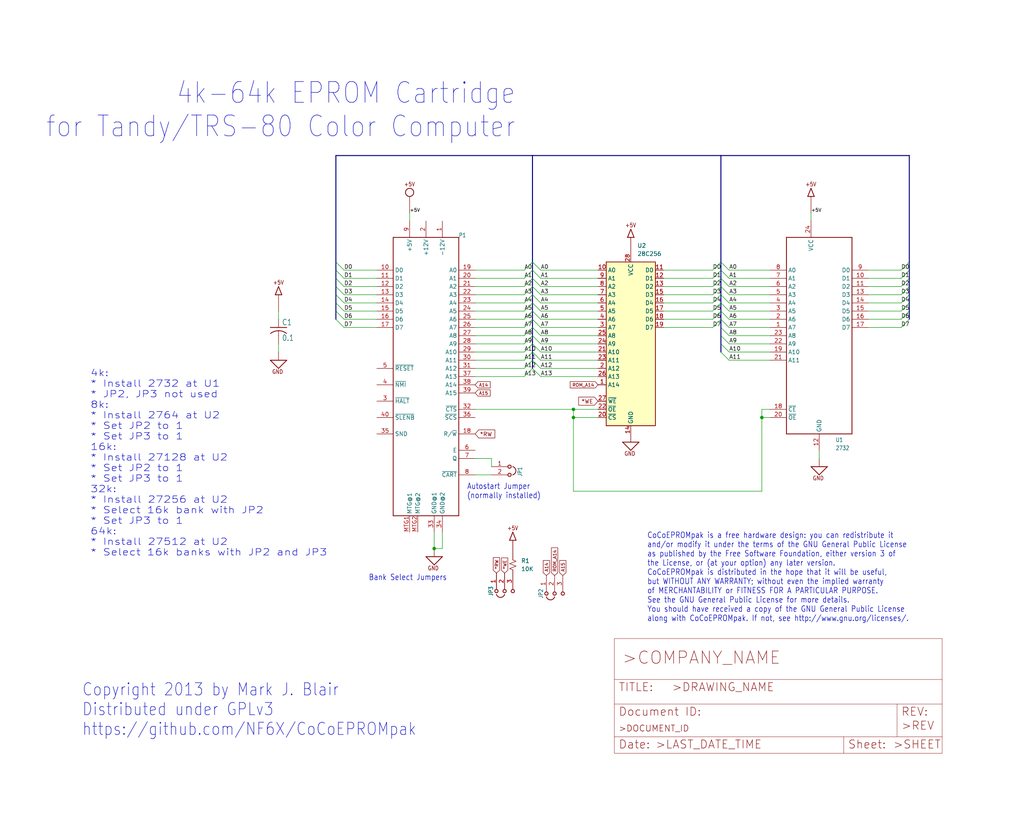
<source format=kicad_sch>
(kicad_sch (version 20211123) (generator eeschema)
  (paper "User" 317.5 254.406)
  (lib_symbols
    (symbol "AT28C256:28C256"
      (property "Reference" "U" (at -7.62 26.67 0))
      (property "Value" "28C256" (at 2.54 -26.67 0))
      (symbol "28C256_1_1"
        (rectangle (start -7.62 25.4) (end 7.62 -25.4) (stroke (width 0.254)) (fill (type background)))
        (pin input line (at -10.16 -12.7 0) (length 2.54) (name "A14") (number "1"))
        (pin input line (at -10.16 22.86 0) (length 2.54) (name "A0") (number "10"))
        (pin tri_state line (at 10.16 22.86 180) (length 2.54) (name "D0") (number "11"))
        (pin tri_state line (at 10.16 20.32 180) (length 2.54) (name "D1") (number "12"))
        (pin tri_state line (at 10.16 17.78 180) (length 2.54) (name "D2") (number "13"))
        (pin power_in line (at 0 -27.94 90) (length 2.54) (name "GND") (number "14"))
        (pin tri_state line (at 10.16 15.24 180) (length 2.54) (name "D3") (number "15"))
        (pin tri_state line (at 10.16 12.7 180) (length 2.54) (name "D4") (number "16"))
        (pin tri_state line (at 10.16 10.16 180) (length 2.54) (name "D5") (number "17"))
        (pin tri_state line (at 10.16 7.62 180) (length 2.54) (name "D6") (number "18"))
        (pin tri_state line (at 10.16 5.08 180) (length 2.54) (name "D7") (number "19"))
        (pin input line (at -10.16 -7.62 0) (length 2.54) (name "A12") (number "2"))
        (pin input line (at -10.16 -22.86 0) (length 2.54) (name "~{CS}") (number "20"))
        (pin input line (at -10.16 -2.54 0) (length 2.54) (name "A10") (number "21"))
        (pin input line (at -10.16 -20.32 0) (length 2.54) (name "~{OE}") (number "22"))
        (pin input line (at -10.16 -5.08 0) (length 2.54) (name "A11") (number "23"))
        (pin input line (at -10.16 0 0) (length 2.54) (name "A9") (number "24"))
        (pin input line (at -10.16 2.54 0) (length 2.54) (name "A8") (number "25"))
        (pin input line (at -10.16 -10.16 0) (length 2.54) (name "A13") (number "26"))
        (pin input line (at -10.16 -17.78 0) (length 2.54) (name "~{WE}") (number "27"))
        (pin power_in line (at 0 27.94 270) (length 2.54) (name "VCC") (number "28"))
        (pin input line (at -10.16 5.08 0) (length 2.54) (name "A7") (number "3"))
        (pin input line (at -10.16 7.62 0) (length 2.54) (name "A6") (number "4"))
        (pin input line (at -10.16 10.16 0) (length 2.54) (name "A5") (number "5"))
        (pin input line (at -10.16 12.7 0) (length 2.54) (name "A4") (number "6"))
        (pin input line (at -10.16 15.24 0) (length 2.54) (name "A3") (number "7"))
        (pin input line (at -10.16 17.78 0) (length 2.54) (name "A2") (number "8"))
        (pin input line (at -10.16 20.32 0) (length 2.54) (name "A1") (number "9"))
      )
    )
    (symbol "CoCoEPROMpak-eagle-import:+5V_ARROW" (power)
      (symbol "+5V_ARROW_1_0"
        (polyline (pts (xy -1.016 0) (xy 1.016 0)) (stroke (width 0.254)))
        (polyline (pts (xy 0 2.54) (xy -1.016 0)) (stroke (width 0.254)))
        (polyline (pts (xy 1.016 0) (xy 0 2.54)) (stroke (width 0.254)))
        (text "+5V" (at -1.778 3.048 0) (effects (font (size 1.27 1.0795)) (justify left bottom)))
        (pin power_in line (at 0 -5.08 90) (length 5.08) (name "+5V") (number "1"))
      )
    )
    (symbol "CoCoEPROMpak-eagle-import:+5V_CIRCLE" (power)
      (symbol "+5V_CIRCLE_1_0"
        (circle (center 0 1.27) (radius 1.27) (stroke (width 0.254)))
        (text "+5V" (at -1.778 3.048 0) (effects (font (size 1.27 1.0795)) (justify left bottom)))
        (pin power_in line (at 0 -5.08 90) (length 5.08) (name "+5V") (number "1"))
      )
    )
    (symbol "CoCoEPROMpak-eagle-import:2732"
      (property "Reference" "U" (at 5.08 -33.02 0))
      (property "Value" "2732" (at 5.08 -35.56 0))
      (symbol "2732_1_0"
        (polyline (pts (xy -10.16 -30.48) (xy 10.16 -30.48)) (stroke (width 0.254)))
        (polyline (pts (xy -10.16 30.48) (xy -10.16 -30.48)) (stroke (width 0.254)))
        (polyline (pts (xy 10.16 -30.48) (xy 10.16 30.48)) (stroke (width 0.254)))
        (polyline (pts (xy 10.16 30.48) (xy -10.16 30.48)) (stroke (width 0.254)))
        (pin input line (at -15.24 2.54 0) (length 5.08) (name "A7") (number "1"))
        (pin output line (at 15.24 17.78 180) (length 5.08) (name "D1") (number "10"))
        (pin output line (at 15.24 15.24 180) (length 5.08) (name "D2") (number "11"))
        (pin passive line (at 0 -35.56 90) (length 5.08) (name "GND") (number "12"))
        (pin output line (at 15.24 12.7 180) (length 5.08) (name "D3") (number "13"))
        (pin output line (at 15.24 10.16 180) (length 5.08) (name "D4") (number "14"))
        (pin output line (at 15.24 7.62 180) (length 5.08) (name "D5") (number "15"))
        (pin output line (at 15.24 5.08 180) (length 5.08) (name "D6") (number "16"))
        (pin output line (at 15.24 2.54 180) (length 5.08) (name "D7") (number "17"))
        (pin input line (at -15.24 -22.86 0) (length 5.08) (name "~{CE}") (number "18"))
        (pin input line (at -15.24 -5.08 0) (length 5.08) (name "A10") (number "19"))
        (pin input line (at -15.24 5.08 0) (length 5.08) (name "A6") (number "2"))
        (pin input line (at -15.24 -25.4 0) (length 5.08) (name "~{OE}") (number "20"))
        (pin input line (at -15.24 -7.62 0) (length 5.08) (name "A11") (number "21"))
        (pin input line (at -15.24 -2.54 0) (length 5.08) (name "A9") (number "22"))
        (pin input line (at -15.24 0 0) (length 5.08) (name "A8") (number "23"))
        (pin passive line (at -2.54 35.56 270) (length 5.08) (name "VCC") (number "24"))
        (pin input line (at -15.24 7.62 0) (length 5.08) (name "A5") (number "3"))
        (pin input line (at -15.24 10.16 0) (length 5.08) (name "A4") (number "4"))
        (pin input line (at -15.24 12.7 0) (length 5.08) (name "A3") (number "5"))
        (pin input line (at -15.24 15.24 0) (length 5.08) (name "A2") (number "6"))
        (pin input line (at -15.24 17.78 0) (length 5.08) (name "A1") (number "7"))
        (pin input line (at -15.24 20.32 0) (length 5.08) (name "A0") (number "8"))
        (pin output line (at 15.24 20.32 180) (length 5.08) (name "D0") (number "9"))
      )
    )
    (symbol "CoCoEPROMpak-eagle-import:ANSI_A"
      (symbol "ANSI_A_1_0"
        (polyline (pts (xy 0 43.18) (xy 3.81 43.18)))
        (polyline (pts (xy 0 86.36) (xy 3.81 86.36)))
        (polyline (pts (xy 0 129.54) (xy 3.81 129.54)))
        (polyline (pts (xy 0 172.72) (xy 3.81 172.72)))
        (polyline (pts (xy 3.81 3.81) (xy 3.81 212.09)))
        (polyline (pts (xy 46.5667 0) (xy 46.5667 3.81)))
        (polyline (pts (xy 93.1333 0) (xy 93.1333 3.81)))
        (polyline (pts (xy 139.7 0) (xy 139.7 3.81)))
        (polyline (pts (xy 186.2667 0) (xy 186.2667 3.81)))
        (polyline (pts (xy 232.8333 0) (xy 232.8333 3.81)))
        (polyline (pts (xy 275.59 3.81) (xy 275.59 212.09)))
        (polyline (pts (xy 275.59 43.18) (xy 279.4 43.18)))
        (polyline (pts (xy 275.59 86.36) (xy 279.4 86.36)))
        (polyline (pts (xy 275.59 129.54) (xy 279.4 129.54)))
        (polyline (pts (xy 275.59 172.72) (xy 279.4 172.72)))
        (polyline (pts (xy 275.59 212.09) (xy 3.81 212.09)))
        (polyline (pts (xy 0 0) (xy 279.4 0) (xy 279.4 215.9) (xy 0 215.9) (xy 0 0)))
        (text "1" (at 23.2833 213.995 0) (effects (font (size 2.54 2.286))))
        (text "2" (at 69.85 213.995 0) (effects (font (size 2.54 2.286))))
        (text "3" (at 116.4167 213.995 0) (effects (font (size 2.54 2.286))))
        (text "4" (at 162.9833 213.995 0) (effects (font (size 2.54 2.286))))
        (text "5" (at 209.55 213.995 0) (effects (font (size 2.54 2.286))))
        (text "6" (at 256.1167 213.995 0) (effects (font (size 2.54 2.286))))
        (text "A" (at 1.905 194.31 0) (effects (font (size 2.54 2.286))))
        (text "A" (at 277.495 194.31 0) (effects (font (size 2.54 2.286))))
        (text "B" (at 1.905 151.13 0) (effects (font (size 2.54 2.286))))
        (text "B" (at 277.495 151.13 0) (effects (font (size 2.54 2.286))))
        (text "C" (at 1.905 107.95 0) (effects (font (size 2.54 2.286))))
        (text "C" (at 277.495 107.95 0) (effects (font (size 2.54 2.286))))
        (text "D" (at 1.905 64.77 0) (effects (font (size 2.54 2.286))))
        (text "D" (at 277.495 64.77 0) (effects (font (size 2.54 2.286))))
        (text "E" (at 1.905 21.59 0) (effects (font (size 2.54 2.286))))
        (text "E" (at 277.495 21.59 0) (effects (font (size 2.54 2.286))))
      )
      (symbol "ANSI_A_2_0"
        (polyline (pts (xy 0 0) (xy 0 5.08)) (stroke (width 0.1016)))
        (polyline (pts (xy 0 0) (xy 71.12 0)) (stroke (width 0.1016)))
        (polyline (pts (xy 0 5.08) (xy 0 15.24)) (stroke (width 0.1016)))
        (polyline (pts (xy 0 5.08) (xy 71.12 5.08)) (stroke (width 0.1016)))
        (polyline (pts (xy 0 15.24) (xy 0 22.86)) (stroke (width 0.1016)))
        (polyline (pts (xy 0 22.86) (xy 0 35.56)) (stroke (width 0.1016)))
        (polyline (pts (xy 0 22.86) (xy 101.6 22.86)) (stroke (width 0.1016)))
        (polyline (pts (xy 71.12 0) (xy 101.6 0)) (stroke (width 0.1016)))
        (polyline (pts (xy 71.12 5.08) (xy 71.12 0)) (stroke (width 0.1016)))
        (polyline (pts (xy 71.12 5.08) (xy 87.63 5.08)) (stroke (width 0.1016)))
        (polyline (pts (xy 87.63 5.08) (xy 101.6 5.08)) (stroke (width 0.1016)))
        (polyline (pts (xy 87.63 15.24) (xy 0 15.24)) (stroke (width 0.1016)))
        (polyline (pts (xy 87.63 15.24) (xy 87.63 5.08)) (stroke (width 0.1016)))
        (polyline (pts (xy 101.6 5.08) (xy 101.6 0)) (stroke (width 0.1016)))
        (polyline (pts (xy 101.6 15.24) (xy 87.63 15.24)) (stroke (width 0.1016)))
        (polyline (pts (xy 101.6 15.24) (xy 101.6 5.08)) (stroke (width 0.1016)))
        (polyline (pts (xy 101.6 22.86) (xy 101.6 15.24)) (stroke (width 0.1016)))
        (polyline (pts (xy 101.6 35.56) (xy 0 35.56)) (stroke (width 0.1016)))
        (polyline (pts (xy 101.6 35.56) (xy 101.6 22.86)) (stroke (width 0.1016)))
        (text ">COMPANY_NAME" (at 2.286 27.432 0) (effects (font (size 3.81 3.81)) (justify left bottom)))
        (text ">DOCUMENT_ID" (at 1.27 6.604 0) (effects (font (size 1.905 1.905)) (justify left bottom)))
        (text ">DRAWING_NAME" (at 17.78 19.05 0) (effects (font (size 2.54 2.54)) (justify left bottom)))
        (text ">LAST_DATE_TIME" (at 12.7 1.27 0) (effects (font (size 2.54 2.54)) (justify left bottom)))
        (text ">REV" (at 88.9 7.112 0) (effects (font (size 2.54 2.54)) (justify left bottom)))
        (text ">SHEET" (at 86.36 1.27 0) (effects (font (size 2.54 2.54)) (justify left bottom)))
        (text "Date:" (at 1.27 1.27 0) (effects (font (size 2.54 2.54)) (justify left bottom)))
        (text "Document ID:" (at 1.27 11.43 0) (effects (font (size 2.54 2.54)) (justify left bottom)))
        (text "REV:" (at 88.9 11.43 0) (effects (font (size 2.54 2.54)) (justify left bottom)))
        (text "Sheet:" (at 72.39 1.27 0) (effects (font (size 2.54 2.54)) (justify left bottom)))
        (text "TITLE:" (at 1.27 19.05 0) (effects (font (size 2.54 2.54)) (justify left bottom)))
      )
    )
    (symbol "CoCoEPROMpak-eagle-import:C-US050-025X075"
      (property "Reference" "C" (at 1.016 0.635 0))
      (property "Value" "C-US050-025X075" (at 1.016 -4.191 0))
      (symbol "C-US050-025X075_1_0"
        (arc (start 0 -1.0161) (mid -1.302 -1.2303) (end -2.4668 -1.8504) (stroke (width 0.254)))
        (polyline (pts (xy -2.54 0) (xy 2.54 0)) (stroke (width 0.254)))
        (polyline (pts (xy 0 -1.016) (xy 0 -2.54)) (stroke (width 0.1524)))
        (arc (start 2.4892 -1.8542) (mid 1.3158 -1.2195) (end 0 -1) (stroke (width 0.254)))
        (pin passive line (at 0 2.54 270) (length 2.54) (name "1") (number "1"))
        (pin passive line (at 0 -5.08 90) (length 2.54) (name "2") (number "2"))
      )
    )
    (symbol "CoCoEPROMpak-eagle-import:COCO-CART"
      (property "Reference" "P" (at 10.16 40.64 0))
      (symbol "COCO-CART_1_0"
        (polyline (pts (xy -10.16 -45.72) (xy -10.16 40.64)) (stroke (width 0.254)))
        (polyline (pts (xy -10.16 40.64) (xy 10.16 40.64)) (stroke (width 0.254)))
        (polyline (pts (xy 10.16 -45.72) (xy -10.16 -45.72)) (stroke (width 0.254)))
        (polyline (pts (xy 10.16 40.64) (xy 10.16 -45.72)) (stroke (width 0.254)))
        (pin passive line (at 5.08 45.72 270) (length 5.08) (name "-12V") (number "1"))
        (pin bidirectional line (at -15.24 30.48 0) (length 5.08) (name "D0") (number "10"))
        (pin bidirectional line (at -15.24 27.94 0) (length 5.08) (name "D1") (number "11"))
        (pin bidirectional line (at -15.24 25.4 0) (length 5.08) (name "D2") (number "12"))
        (pin bidirectional line (at -15.24 22.86 0) (length 5.08) (name "D3") (number "13"))
        (pin bidirectional line (at -15.24 20.32 0) (length 5.08) (name "D4") (number "14"))
        (pin bidirectional line (at -15.24 17.78 0) (length 5.08) (name "D5") (number "15"))
        (pin bidirectional line (at -15.24 15.24 0) (length 5.08) (name "D6") (number "16"))
        (pin bidirectional line (at -15.24 12.7 0) (length 5.08) (name "D7") (number "17"))
        (pin output line (at 15.24 -20.32 180) (length 5.08) (name "R/~{W}") (number "18"))
        (pin output line (at 15.24 30.48 180) (length 5.08) (name "A0") (number "19"))
        (pin passive line (at 0 45.72 270) (length 5.08) (name "+12V") (number "2"))
        (pin output line (at 15.24 27.94 180) (length 5.08) (name "A1") (number "20"))
        (pin output line (at 15.24 25.4 180) (length 5.08) (name "A2") (number "21"))
        (pin output line (at 15.24 22.86 180) (length 5.08) (name "A3") (number "22"))
        (pin output line (at 15.24 20.32 180) (length 5.08) (name "A4") (number "23"))
        (pin output line (at 15.24 17.78 180) (length 5.08) (name "A5") (number "24"))
        (pin output line (at 15.24 15.24 180) (length 5.08) (name "A6") (number "25"))
        (pin output line (at 15.24 12.7 180) (length 5.08) (name "A7") (number "26"))
        (pin output line (at 15.24 10.16 180) (length 5.08) (name "A8") (number "27"))
        (pin output line (at 15.24 7.62 180) (length 5.08) (name "A9") (number "28"))
        (pin output line (at 15.24 5.08 180) (length 5.08) (name "A10") (number "29"))
        (pin bidirectional line (at -15.24 -10.16 0) (length 5.08) (name "~{HALT}") (number "3"))
        (pin output line (at 15.24 2.54 180) (length 5.08) (name "A11") (number "30"))
        (pin output line (at 15.24 0 180) (length 5.08) (name "A12") (number "31"))
        (pin output line (at 15.24 -12.7 180) (length 5.08) (name "~{CTS}") (number "32"))
        (pin passive line (at 2.54 -50.8 90) (length 5.08) (name "GND@1") (number "33"))
        (pin passive line (at 5.08 -50.8 90) (length 5.08) (name "GND@2") (number "34"))
        (pin bidirectional line (at -15.24 -20.32 0) (length 5.08) (name "SND") (number "35"))
        (pin output line (at 15.24 -15.24 180) (length 5.08) (name "~{SCS}") (number "36"))
        (pin output line (at 15.24 -2.54 180) (length 5.08) (name "A13") (number "37"))
        (pin output line (at 15.24 -5.08 180) (length 5.08) (name "A14") (number "38"))
        (pin output line (at 15.24 -7.62 180) (length 5.08) (name "A15") (number "39"))
        (pin bidirectional line (at -15.24 -5.08 0) (length 5.08) (name "~{NMI}") (number "4"))
        (pin input line (at -15.24 -15.24 0) (length 5.08) (name "~{SLENB}") (number "40"))
        (pin bidirectional line (at -15.24 0 0) (length 5.08) (name "~{RESET}") (number "5"))
        (pin output line (at 15.24 -25.4 180) (length 5.08) (name "E") (number "6"))
        (pin output line (at 15.24 -27.94 180) (length 5.08) (name "Q") (number "7"))
        (pin input line (at 15.24 -33.02 180) (length 5.08) (name "~{CART}") (number "8"))
        (pin passive line (at -5.08 45.72 270) (length 5.08) (name "+5V") (number "9"))
        (pin passive line (at -5.08 -50.8 90) (length 5.08) (name "MTG@1") (number "MTG1"))
        (pin passive line (at -2.54 -50.8 90) (length 5.08) (name "MTG@2") (number "MTG2"))
      )
    )
    (symbol "CoCoEPROMpak-eagle-import:GND" (power)
      (symbol "GND_1_0"
        (polyline (pts (xy -2.54 0) (xy 2.54 0)) (stroke (width 0.254)))
        (polyline (pts (xy 0 -2.54) (xy -2.54 0)) (stroke (width 0.254)))
        (polyline (pts (xy 2.54 0) (xy 0 -2.54)) (stroke (width 0.254)))
        (text "GND" (at -2.032 -4.318 0) (effects (font (size 1.27 1.0795)) (justify left bottom)))
        (pin power_in line (at 0 2.54 270) (length 2.54) (name "GND") (number "1"))
      )
    )
    (symbol "CoCoEPROMpak-eagle-import:JP2"
      (property "Reference" "JP" (at 0 3.048 0))
      (symbol "JP2_1_0"
        (circle (center 0 0.508) (radius 0.508) (stroke (width 0.254)))
        (circle (center 2.54 0.508) (radius 0.508) (stroke (width 0.254)))
        (arc (start 2.54 1.524) (mid 1.27 2.4689) (end 0 1.524) (stroke (width 0.254)))
        (pin passive line (at 0 -5.08 90) (length 5.08) (name "1") (number "1"))
        (pin passive line (at 2.54 -5.08 90) (length 5.08) (name "2") (number "2"))
      )
    )
    (symbol "CoCoEPROMpak-eagle-import:JP3"
      (property "Reference" "JP" (at 0 3.048 0))
      (symbol "JP3_1_0"
        (circle (center 0 0.508) (radius 0.508) (stroke (width 0.254)))
        (circle (center 2.54 0.508) (radius 0.508) (stroke (width 0.254)))
        (arc (start 2.54 1.524) (mid 1.27 2.4689) (end 0 1.524) (stroke (width 0.254)))
        (circle (center 5.08 0.508) (radius 0.508) (stroke (width 0.254)))
        (pin passive line (at 0 -5.08 90) (length 5.08) (name "1") (number "1"))
        (pin passive line (at 2.54 -5.08 90) (length 5.08) (name "2") (number "2"))
        (pin passive line (at 5.08 -5.08 90) (length 5.08) (name "3") (number "3"))
      )
    )
    (symbol "Device:R_Small_US" (pin_numbers hide) (pin_names (offset 0.254) hide)
      (property "Reference" "R" (at 0.762 0.508 0))
      (property "Value" "R_Small_US" (at 0.762 -1.016 0))
      (symbol "R_Small_US_1_1"
        (polyline (pts (xy 0 0) (xy 1.016 -0.381) (xy 0 -0.762) (xy -1.016 -1.143) (xy 0 -1.524)))
        (polyline (pts (xy 0 1.524) (xy 1.016 1.143) (xy 0 0.762) (xy -1.016 0.381) (xy 0 0)))
        (pin passive line (at 0 2.54 270) (length 1.016) (name "~") (number "1"))
        (pin passive line (at 0 -2.54 90) (length 1.016) (name "~") (number "2"))
      )
    )
  )
  (junction (at 134.62 170.18))
  (junction (at 236.22 129.54))
  (junction (at 177.8 127))
  (junction (at 177.8 129.54))
  (bus_entry (at 167.64 116.84) (size -2.54 -2.54))
  (bus_entry (at 106.68 99.06) (size -2.54 -2.54))
  (bus_entry (at 162.56 88.9) (size 2.54 -2.54))
  (bus_entry (at 226.06 86.36) (size -2.54 -2.54))
  (bus_entry (at 106.68 88.9) (size -2.54 -2.54))
  (bus_entry (at 162.56 91.44) (size 2.54 -2.54))
  (bus_entry (at 106.68 93.98) (size -2.54 -2.54))
  (bus_entry (at 220.98 86.36) (size 2.54 -2.54))
  (bus_entry (at 162.56 104.14) (size 2.54 -2.54))
  (bus_entry (at 226.06 83.82) (size -2.54 -2.54))
  (bus_entry (at 279.4 93.98) (size 2.54 -2.54))
  (bus_entry (at 226.06 111.76) (size -2.54 -2.54))
  (bus_entry (at 167.64 109.22) (size -2.54 -2.54))
  (bus_entry (at 226.06 109.22) (size -2.54 -2.54))
  (bus_entry (at 220.98 101.6) (size 2.54 -2.54))
  (bus_entry (at 279.4 101.6) (size 2.54 -2.54))
  (bus_entry (at 162.56 109.22) (size 2.54 -2.54))
  (bus_entry (at 167.64 93.98) (size -2.54 -2.54))
  (bus_entry (at 167.64 99.06) (size -2.54 -2.54))
  (bus_entry (at 106.68 83.82) (size -2.54 -2.54))
  (bus_entry (at 220.98 99.06) (size 2.54 -2.54))
  (bus_entry (at 167.64 83.82) (size -2.54 -2.54))
  (bus_entry (at 167.64 86.36) (size -2.54 -2.54))
  (bus_entry (at 279.4 88.9) (size 2.54 -2.54))
  (bus_entry (at 106.68 101.6) (size -2.54 -2.54))
  (bus_entry (at 162.56 106.68) (size 2.54 -2.54))
  (bus_entry (at 226.06 88.9) (size -2.54 -2.54))
  (bus_entry (at 162.56 96.52) (size 2.54 -2.54))
  (bus_entry (at 220.98 88.9) (size 2.54 -2.54))
  (bus_entry (at 162.56 83.82) (size 2.54 -2.54))
  (bus_entry (at 162.56 99.06) (size 2.54 -2.54))
  (bus_entry (at 279.4 91.44) (size 2.54 -2.54))
  (bus_entry (at 162.56 93.98) (size 2.54 -2.54))
  (bus_entry (at 167.64 111.76) (size -2.54 -2.54))
  (bus_entry (at 226.06 99.06) (size -2.54 -2.54))
  (bus_entry (at 226.06 93.98) (size -2.54 -2.54))
  (bus_entry (at 162.56 86.36) (size 2.54 -2.54))
  (bus_entry (at 226.06 106.68) (size -2.54 -2.54))
  (bus_entry (at 167.64 106.68) (size -2.54 -2.54))
  (bus_entry (at 220.98 93.98) (size 2.54 -2.54))
  (bus_entry (at 279.4 83.82) (size 2.54 -2.54))
  (bus_entry (at 220.98 96.52) (size 2.54 -2.54))
  (bus_entry (at 167.64 101.6) (size -2.54 -2.54))
  (bus_entry (at 167.64 91.44) (size -2.54 -2.54))
  (bus_entry (at 279.4 96.52) (size 2.54 -2.54))
  (bus_entry (at 220.98 91.44) (size 2.54 -2.54))
  (bus_entry (at 162.56 114.3) (size 2.54 -2.54))
  (bus_entry (at 162.56 116.84) (size 2.54 -2.54))
  (bus_entry (at 279.4 86.36) (size 2.54 -2.54))
  (bus_entry (at 106.68 86.36) (size -2.54 -2.54))
  (bus_entry (at 106.68 91.44) (size -2.54 -2.54))
  (bus_entry (at 226.06 104.14) (size -2.54 -2.54))
  (bus_entry (at 226.06 101.6) (size -2.54 -2.54))
  (bus_entry (at 220.98 83.82) (size 2.54 -2.54))
  (bus_entry (at 162.56 111.76) (size 2.54 -2.54))
  (bus_entry (at 226.06 96.52) (size -2.54 -2.54))
  (bus_entry (at 167.64 88.9) (size -2.54 -2.54))
  (bus_entry (at 167.64 104.14) (size -2.54 -2.54))
  (bus_entry (at 167.64 114.3) (size -2.54 -2.54))
  (bus_entry (at 226.06 91.44) (size -2.54 -2.54))
  (bus_entry (at 162.56 101.6) (size 2.54 -2.54))
  (bus_entry (at 106.68 96.52) (size -2.54 -2.54))
  (bus_entry (at 279.4 99.06) (size 2.54 -2.54))
  (bus_entry (at 167.64 96.52) (size -2.54 -2.54))
  (wire (pts (xy 147.32 116.84) (xy 162.56 116.84)))
  (wire (pts (xy 167.64 101.6) (xy 185.42 101.6)))
  (wire (pts (xy 147.32 88.9) (xy 162.56 88.9)))
  (bus (pts (xy 165.1 86.36) (xy 165.1 88.9)))
  (bus (pts (xy 223.52 106.68) (xy 223.52 109.22)))
  (bus (pts (xy 104.14 93.98) (xy 104.14 91.44)))
  (wire (pts (xy 116.84 86.36) (xy 106.68 86.36)))
  (bus (pts (xy 104.14 48.26) (xy 165.1 48.26)))
  (wire (pts (xy 238.76 88.9) (xy 226.06 88.9)))
  (bus (pts (xy 223.52 104.14) (xy 223.52 106.68)))
  (wire (pts (xy 238.76 109.22) (xy 226.06 109.22)))
  (bus (pts (xy 223.52 81.28) (xy 223.52 83.82)))
  (wire (pts (xy 167.64 104.14) (xy 185.42 104.14)))
  (bus (pts (xy 104.14 91.44) (xy 104.14 88.9)))
  (wire (pts (xy 167.64 106.68) (xy 185.42 106.68)))
  (wire (pts (xy 147.32 111.76) (xy 162.56 111.76)))
  (wire (pts (xy 167.64 114.3) (xy 185.42 114.3)))
  (wire (pts (xy 116.84 96.52) (xy 106.68 96.52)))
  (wire (pts (xy 205.74 96.52) (xy 220.98 96.52)))
  (wire (pts (xy 205.74 93.98) (xy 220.98 93.98)))
  (bus (pts (xy 165.1 48.26) (xy 223.52 48.26)))
  (wire (pts (xy 116.84 99.06) (xy 106.68 99.06)))
  (wire (pts (xy 116.84 93.98) (xy 106.68 93.98)))
  (bus (pts (xy 281.94 91.44) (xy 281.94 93.98)))
  (bus (pts (xy 281.94 86.36) (xy 281.94 88.9)))
  (wire (pts (xy 269.24 88.9) (xy 279.4 88.9)))
  (wire (pts (xy 167.64 96.52) (xy 185.42 96.52)))
  (wire (pts (xy 236.22 152.4) (xy 236.22 129.54)))
  (bus (pts (xy 223.52 91.44) (xy 223.52 93.98)))
  (wire (pts (xy 177.8 129.54) (xy 177.8 152.4)))
  (wire (pts (xy 238.76 93.98) (xy 226.06 93.98)))
  (wire (pts (xy 205.74 99.06) (xy 220.98 99.06)))
  (bus (pts (xy 281.94 48.26) (xy 281.94 81.28)))
  (bus (pts (xy 281.94 96.52) (xy 281.94 99.06)))
  (wire (pts (xy 238.76 86.36) (xy 226.06 86.36)))
  (wire (pts (xy 147.32 142.24) (xy 152.4 142.24)))
  (wire (pts (xy 134.62 170.18) (xy 137.16 170.18)))
  (wire (pts (xy 147.32 83.82) (xy 162.56 83.82)))
  (bus (pts (xy 223.52 48.26) (xy 223.52 81.28)))
  (bus (pts (xy 104.14 83.82) (xy 104.14 81.28)))
  (wire (pts (xy 147.32 93.98) (xy 162.56 93.98)))
  (bus (pts (xy 281.94 93.98) (xy 281.94 96.52)))
  (bus (pts (xy 223.52 48.26) (xy 281.94 48.26)))
  (wire (pts (xy 238.76 101.6) (xy 226.06 101.6)))
  (wire (pts (xy 167.64 86.36) (xy 185.42 86.36)))
  (wire (pts (xy 238.76 106.68) (xy 226.06 106.68)))
  (wire (pts (xy 147.32 96.52) (xy 162.56 96.52)))
  (wire (pts (xy 254 139.7) (xy 254 142.24)))
  (wire (pts (xy 86.36 96.52) (xy 86.36 99.06)))
  (bus (pts (xy 104.14 88.9) (xy 104.14 86.36)))
  (wire (pts (xy 269.24 96.52) (xy 279.4 96.52)))
  (wire (pts (xy 269.24 91.44) (xy 279.4 91.44)))
  (wire (pts (xy 177.8 152.4) (xy 236.22 152.4)))
  (wire (pts (xy 269.24 83.82) (xy 279.4 83.82)))
  (wire (pts (xy 205.74 91.44) (xy 220.98 91.44)))
  (bus (pts (xy 165.1 91.44) (xy 165.1 93.98)))
  (wire (pts (xy 167.64 88.9) (xy 185.42 88.9)))
  (bus (pts (xy 165.1 88.9) (xy 165.1 91.44)))
  (wire (pts (xy 147.32 106.68) (xy 162.56 106.68)))
  (wire (pts (xy 147.32 127) (xy 177.8 127)))
  (bus (pts (xy 223.52 86.36) (xy 223.52 88.9)))
  (bus (pts (xy 223.52 96.52) (xy 223.52 99.06)))
  (wire (pts (xy 167.64 93.98) (xy 185.42 93.98)))
  (wire (pts (xy 205.74 101.6) (xy 220.98 101.6)))
  (wire (pts (xy 238.76 99.06) (xy 226.06 99.06)))
  (bus (pts (xy 165.1 111.76) (xy 165.1 114.3)))
  (wire (pts (xy 236.22 127) (xy 238.76 127)))
  (bus (pts (xy 223.52 101.6) (xy 223.52 104.14)))
  (bus (pts (xy 104.14 96.52) (xy 104.14 93.98)))
  (bus (pts (xy 281.94 83.82) (xy 281.94 86.36)))
  (wire (pts (xy 116.84 83.82) (xy 106.68 83.82)))
  (wire (pts (xy 269.24 86.36) (xy 279.4 86.36)))
  (bus (pts (xy 165.1 93.98) (xy 165.1 96.52)))
  (bus (pts (xy 223.52 93.98) (xy 223.52 96.52)))
  (wire (pts (xy 147.32 91.44) (xy 162.56 91.44)))
  (wire (pts (xy 147.32 99.06) (xy 162.56 99.06)))
  (bus (pts (xy 223.52 83.82) (xy 223.52 86.36)))
  (wire (pts (xy 177.8 127) (xy 185.42 127)))
  (bus (pts (xy 223.52 88.9) (xy 223.52 91.44)))
  (wire (pts (xy 238.76 83.82) (xy 226.06 83.82)))
  (wire (pts (xy 269.24 99.06) (xy 279.4 99.06)))
  (wire (pts (xy 269.24 101.6) (xy 279.4 101.6)))
  (wire (pts (xy 147.32 86.36) (xy 162.56 86.36)))
  (bus (pts (xy 165.1 81.28) (xy 165.1 83.82)))
  (wire (pts (xy 251.46 66.04) (xy 251.46 68.58)))
  (wire (pts (xy 236.22 129.54) (xy 236.22 127)))
  (bus (pts (xy 165.1 104.14) (xy 165.1 106.68)))
  (wire (pts (xy 147.32 109.22) (xy 162.56 109.22)))
  (bus (pts (xy 281.94 81.28) (xy 281.94 83.82)))
  (wire (pts (xy 238.76 111.76) (xy 226.06 111.76)))
  (wire (pts (xy 86.36 109.22) (xy 86.36 106.68)))
  (bus (pts (xy 165.1 101.6) (xy 165.1 104.14)))
  (bus (pts (xy 104.14 81.28) (xy 104.14 48.26)))
  (bus (pts (xy 104.14 86.36) (xy 104.14 83.82)))
  (bus (pts (xy 223.52 99.06) (xy 223.52 101.6)))
  (wire (pts (xy 147.32 114.3) (xy 162.56 114.3)))
  (wire (pts (xy 205.74 86.36) (xy 220.98 86.36)))
  (wire (pts (xy 269.24 93.98) (xy 279.4 93.98)))
  (wire (pts (xy 147.32 104.14) (xy 162.56 104.14)))
  (wire (pts (xy 167.64 99.06) (xy 185.42 99.06)))
  (wire (pts (xy 238.76 129.54) (xy 236.22 129.54)))
  (wire (pts (xy 167.64 91.44) (xy 185.42 91.44)))
  (wire (pts (xy 167.64 111.76) (xy 185.42 111.76)))
  (bus (pts (xy 104.14 99.06) (xy 104.14 96.52)))
  (wire (pts (xy 177.8 129.54) (xy 177.8 127)))
  (bus (pts (xy 165.1 48.26) (xy 165.1 81.28)))
  (wire (pts (xy 116.84 101.6) (xy 106.68 101.6)))
  (bus (pts (xy 165.1 96.52) (xy 165.1 99.06)))
  (wire (pts (xy 116.84 88.9) (xy 106.68 88.9)))
  (wire (pts (xy 177.8 129.54) (xy 185.42 129.54)))
  (wire (pts (xy 205.74 83.82) (xy 220.98 83.82)))
  (wire (pts (xy 116.84 91.44) (xy 106.68 91.44)))
  (wire (pts (xy 167.64 116.84) (xy 185.42 116.84)))
  (wire (pts (xy 127 66.04) (xy 127 68.58)))
  (wire (pts (xy 167.64 109.22) (xy 185.42 109.22)))
  (wire (pts (xy 238.76 104.14) (xy 226.06 104.14)))
  (bus (pts (xy 165.1 109.22) (xy 165.1 111.76)))
  (wire (pts (xy 147.32 101.6) (xy 162.56 101.6)))
  (bus (pts (xy 165.1 83.82) (xy 165.1 86.36)))
  (wire (pts (xy 147.32 147.32) (xy 152.4 147.32)))
  (bus (pts (xy 281.94 88.9) (xy 281.94 91.44)))
  (bus (pts (xy 165.1 106.68) (xy 165.1 109.22)))
  (wire (pts (xy 137.16 170.18) (xy 137.16 165.1)))
  (wire (pts (xy 238.76 96.52) (xy 226.06 96.52)))
  (wire (pts (xy 134.62 165.1) (xy 134.62 170.18)))
  (wire (pts (xy 205.74 88.9) (xy 220.98 88.9)))
  (wire (pts (xy 238.76 91.44) (xy 226.06 91.44)))
  (wire (pts (xy 152.4 142.24) (xy 152.4 144.78)))
  (wire (pts (xy 167.64 83.82) (xy 185.42 83.82)))
  (bus (pts (xy 165.1 99.06) (xy 165.1 101.6)))
  (text "4k-64k EPROM Cartridge\nfor Tandy/TRS-80 Color Computer" (at 160.02 43.18 180) (effects (font (size 6.4516 5.4838)) (justify right bottom)))
  (text "4k:\n* Install 2732 at U1\n* JP2, JP3 not used\n8k:\n* Install 2764 at U2\n* Set JP2 to 1\n* Set JP3 to 1\n16k:\n* Install 27128 at U2\n* Set JP2 to 1\n* Set JP3 to 1\n32k:\n* Install 27256 at U2\n* Select 16k bank with JP2\n* Set JP3 to 1\n64k:\n* Install 27512 at U2\n* Select 16k banks with JP2 and JP3" (at 27.94 172.72 180) (effects (font (size 2.032 2.54)) (justify left bottom)))
  (text "Bank Select Jumpers" (at 114.3 180.34 180) (effects (font (size 1.778 1.5113)) (justify left bottom)))
  (text "CoCoEPROMpak is a free hardware design: you can redistribute it\nand/or modify it under the terms of the GNU General Public License\nas published by the Free Software Foundation, either version 3 of\nthe License, or (at your option) any later version.\nCoCoEPROMpak is distributed in the hope that it will be useful,\nbut WITHOUT ANY WARRANTY; without even the implied warranty\nof MERCHANTABILITY or FITNESS FOR A PARTICULAR PURPOSE.\nSee the GNU General Public License for more details.\nYou should have received a copy of the GNU General Public License\nalong with CoCoEPROMpak. If not, see http://www.gnu.org/licenses/." (at 200.66 193.04 180) (effects (font (size 1.778 1.5113)) (justify left bottom)))
  (text "Autostart Jumper\n(normally installed)" (at 144.78 154.94 180) (effects (font (size 1.778 1.5113)) (justify left bottom)))
  (text "Copyright 2013 by Mark J. Blair\nDistributed under GPLv3\nhttps://github.com/NF6X/CoCoEPROMpak" (at 25.4 228.6 180) (effects (font (size 3.81 3.2385)) (justify left bottom)))
  (label "D5" (at 106.68 96.52 0) (effects (font (size 1.2446 1.2446))))
  (label "A8" (at 162.56 104.14 0) (effects (font (size 1.2446 1.2446))))
  (label "A1" (at 162.56 86.36 0) (effects (font (size 1.2446 1.2446))))
  (label "A0" (at 226.06 83.82 0) (effects (font (size 1.2446 1.2446))))
  (label "D1" (at 279.4 86.36 0) (effects (font (size 1.2446 1.2446))))
  (label "A11" (at 226.06 111.76 0) (effects (font (size 1.2446 1.2446))))
  (label "D4" (at 106.68 93.98 0) (effects (font (size 1.2446 1.2446))))
  (label "A6" (at 226.06 99.06 0) (effects (font (size 1.2446 1.2446))))
  (label "D3" (at 279.4 91.44 0) (effects (font (size 1.2446 1.2446))))
  (label "A9" (at 167.64 106.68 0) (effects (font (size 1.2446 1.2446))))
  (label "D7" (at 279.4 101.6 0) (effects (font (size 1.2446 1.2446))))
  (label "D5" (at 220.98 96.52 0) (effects (font (size 1.2446 1.2446))))
  (label "A2" (at 167.64 88.9 0) (effects (font (size 1.2446 1.2446))))
  (label "D1" (at 106.68 86.36 0) (effects (font (size 1.2446 1.2446))))
  (label "A4" (at 226.06 93.98 0) (effects (font (size 1.2446 1.2446))))
  (label "A6" (at 162.56 99.06 0) (effects (font (size 1.2446 1.2446))))
  (label "A7" (at 167.64 101.6 0) (effects (font (size 1.2446 1.2446))))
  (label "A7" (at 226.06 101.6 0) (effects (font (size 1.2446 1.2446))))
  (label "A4" (at 162.56 93.98 0) (effects (font (size 1.2446 1.2446))))
  (label "D0" (at 279.4 83.82 0) (effects (font (size 1.2446 1.2446))))
  (label "A7" (at 162.56 101.6 0) (effects (font (size 1.2446 1.2446))))
  (label "D3" (at 106.68 91.44 0) (effects (font (size 1.2446 1.2446))))
  (label "D0" (at 106.68 83.82 0) (effects (font (size 1.2446 1.2446))))
  (label "D3" (at 220.98 91.44 0) (effects (font (size 1.2446 1.2446))))
  (label "A2" (at 226.06 88.9 0) (effects (font (size 1.2446 1.2446))))
  (label "A10" (at 167.64 109.22 0) (effects (font (size 1.2446 1.2446))))
  (label "A11" (at 162.56 111.76 0) (effects (font (size 1.2446 1.2446))))
  (label "+5V" (at 127 66.04 0) (effects (font (size 1.016 1.016))))
  (label "D2" (at 220.98 88.9 0) (effects (font (size 1.2446 1.2446))))
  (label "D1" (at 220.98 86.36 0) (effects (font (size 1.2446 1.2446))))
  (label "A4" (at 167.64 93.98 0) (effects (font (size 1.2446 1.2446))))
  (label "A12" (at 167.64 114.3 0) (effects (font (size 1.2446 1.2446))))
  (label "A1" (at 226.06 86.36 0) (effects (font (size 1.2446 1.2446))))
  (label "A5" (at 167.64 96.52 0) (effects (font (size 1.2446 1.2446))))
  (label "A5" (at 162.56 96.52 0) (effects (font (size 1.2446 1.2446))))
  (label "D5" (at 279.4 96.52 0) (effects (font (size 1.2446 1.2446))))
  (label "A3" (at 162.56 91.44 0) (effects (font (size 1.2446 1.2446))))
  (label "A9" (at 162.56 106.68 0) (effects (font (size 1.2446 1.2446))))
  (label "A13" (at 167.64 116.84 0) (effects (font (size 1.2446 1.2446))))
  (label "A8" (at 226.06 104.14 0) (effects (font (size 1.2446 1.2446))))
  (label "A6" (at 167.64 99.06 0) (effects (font (size 1.2446 1.2446))))
  (label "A10" (at 162.56 109.22 0) (effects (font (size 1.2446 1.2446))))
  (label "D6" (at 220.98 99.06 0) (effects (font (size 1.2446 1.2446))))
  (label "A11" (at 167.64 111.76 0) (effects (font (size 1.2446 1.2446))))
  (label "D4" (at 279.4 93.98 0) (effects (font (size 1.2446 1.2446))))
  (label "A3" (at 167.64 91.44 0) (effects (font (size 1.2446 1.2446))))
  (label "A1" (at 167.64 86.36 0) (effects (font (size 1.2446 1.2446))))
  (label "D4" (at 220.98 93.98 0) (effects (font (size 1.2446 1.2446))))
  (label "D6" (at 106.68 99.06 0) (effects (font (size 1.2446 1.2446))))
  (label "A12" (at 162.56 114.3 0) (effects (font (size 1.2446 1.2446))))
  (label "A8" (at 167.64 104.14 0) (effects (font (size 1.2446 1.2446))))
  (label "D7" (at 106.68 101.6 0) (effects (font (size 1.2446 1.2446))))
  (label "A0" (at 167.64 83.82 0) (effects (font (size 1.2446 1.2446))))
  (label "A9" (at 226.06 106.68 0) (effects (font (size 1.2446 1.2446))))
  (label "A2" (at 162.56 88.9 0) (effects (font (size 1.2446 1.2446))))
  (label "A10" (at 226.06 109.22 0) (effects (font (size 1.2446 1.2446))))
  (label "A3" (at 226.06 91.44 0) (effects (font (size 1.2446 1.2446))))
  (label "D2" (at 106.68 88.9 0) (effects (font (size 1.2446 1.2446))))
  (label "+5V" (at 251.46 66.04 0) (effects (font (size 1.016 1.016))))
  (label "D7" (at 220.98 101.6 0) (effects (font (size 1.2446 1.2446))))
  (label "D2" (at 279.4 88.9 0) (effects (font (size 1.2446 1.2446))))
  (label "D6" (at 279.4 99.06 0) (effects (font (size 1.2446 1.2446))))
  (label "A13" (at 162.56 116.84 0) (effects (font (size 1.2446 1.2446))))
  (label "A5" (at 226.06 96.52 0) (effects (font (size 1.2446 1.2446))))
  (label "A0" (at 162.56 83.82 0) (effects (font (size 1.2446 1.2446))))
  (label "D0" (at 220.98 83.82 0) (effects (font (size 1.2446 1.2446))))
  (global_label "A15" (shape input) (at 174.498 178.562 90) (effects (font (size 1 1))) (property "Intersheet References" "${INTERSHEET_REFS}" (effects hide)))
  (global_label "*WE" (shape input) (at 156.464 177.8 90) (effects (font (size 1 1))) (property "Intersheet References" "${INTERSHEET_REFS}" (effects hide)))
  (global_label "*RW" (shape input) (at 153.924 177.8 90) (effects (font (size 1 1))) (property "Intersheet References" "${INTERSHEET_REFS}" (effects hide)))
  (global_label "ROM_A14" (shape input) (at 185.42 119.38 180) (effects (font (size 1 1))) (property "Intersheet References" "${INTERSHEET_REFS}" (effects hide)))
  (global_label "A15" (shape input) (at 147.32 121.92 0) (effects (font (size 1 1))) (property "Intersheet References" "${INTERSHEET_REFS}" (effects hide)))
  (global_label "*RW" (shape input) (at 147.32 134.62 0) (property "Intersheet References" "${INTERSHEET_REFS}" (effects hide)))
  (global_label "*WE" (shape input) (at 185.42 124.46 180) (property "Intersheet References" "${INTERSHEET_REFS}" (effects hide)))
  (global_label "ROM_A14" (shape input) (at 171.958 178.562 90) (effects (font (size 1 1))) (property "Intersheet References" "${INTERSHEET_REFS}" (effects hide)))
  (global_label "A14" (shape input) (at 169.418 178.562 90) (effects (font (size 1 1))) (property "Intersheet References" "${INTERSHEET_REFS}" (effects hide)))
  (global_label "A14" (shape input) (at 147.32 119.38 0) (effects (font (size 1 1))) (property "Intersheet References" "${INTERSHEET_REFS}" (effects hide)))
  (symbol (lib_id "CoCoEPROMpak-eagle-import:+5V_ARROW") (at 86.36 91.44 0) (unit 1)
    (property "Reference" "#U$07" (effects hide))
    (property "Value" "+5V_ARROW" (effects hide))
    (property "Footprint" "CoCoEPROMpak:" (effects hide))
  )
  (symbol (lib_id "CoCoEPROMpak-eagle-import:GND") (at 254 144.78 0) (unit 1)
    (property "Reference" "#U$04" (effects hide))
    (property "Value" "GND" (effects hide))
    (property "Footprint" "CoCoEPROMpak:" (effects hide))
  )
  (symbol (lib_id "CoCoEPROMpak-eagle-import:2732") (at 254 104.14 0) (unit 1)
    (property "Reference" "U1" (at 259.08 137.16 0) (effects (font (size 1.27 1.0795)) (justify left bottom)))
    (property "Value" "2732" (at 259.08 139.7 0) (effects (font (size 1.27 1.0795)) (justify left bottom)))
    (property "Footprint" "CoCoEPROMpak:DIL24" (effects hide))
  )
  (symbol (lib_id "CoCoEPROMpak-eagle-import:GND") (at 86.36 111.76 0) (unit 1)
    (property "Reference" "#U$08" (effects hide))
    (property "Value" "GND" (effects hide))
    (property "Footprint" "CoCoEPROMpak:" (effects hide))
  )
  (symbol (lib_id "CoCoEPROMpak-eagle-import:COCO-CART") (at 132.08 114.3 0) (unit 1)
    (property "Reference" "P1" (at 142.24 73.66 0) (effects (font (size 1.27 1.0795)) (justify left bottom)))
    (property "Value" "COCO-CART" (effects hide))
    (property "Footprint" "CoCoEPROMpak:COCO-CART-2.1X1.75" (effects hide))
  )
  (symbol (lib_id "CoCoEPROMpak-eagle-import:+5V_ARROW") (at 251.46 60.96 0) (unit 1)
    (property "Reference" "#U$05" (effects hide))
    (property "Value" "+5V_ARROW" (effects hide))
    (property "Footprint" "CoCoEPROMpak:" (effects hide))
  )
  (symbol (lib_id "CoCoEPROMpak-eagle-import:ANSI_A") (at 190.5 233.68 0) (unit 2)
    (property "Reference" "#FRAME1" (effects hide))
    (property "Value" "ANSI_A" (effects hide))
    (property "Footprint" "CoCoEPROMpak:" (effects hide))
  )
  (symbol (lib_id "CoCoEPROMpak-eagle-import:+5V_ARROW") (at 195.58 73.66 0) (unit 1)
    (property "Reference" "#U$01" (effects hide))
    (property "Value" "+5V_ARROW" (effects hide))
    (property "Footprint" "CoCoEPROMpak:" (effects hide))
  )
  (symbol (lib_id "CoCoEPROMpak-eagle-import:GND") (at 134.62 172.72 0) (unit 1)
    (property "Reference" "#U$03" (effects hide))
    (property "Value" "GND" (effects hide))
    (property "Footprint" "CoCoEPROMpak:" (effects hide))
  )
  (symbol (lib_id "AT28C256:28C256") (at 195.58 106.68 0) (unit 1)
    (property "Reference" "U2" (at 197.5994 76.2 0) (effects (justify left)))
    (property "Value" "28C256" (at 197.5994 78.74 0) (effects (justify left)))
    (property "Footprint" "Package_DIP:DIP-28_W15.24mm" (effects hide))
  )
  (symbol (lib_id "CoCoEPROMpak-eagle-import:GND") (at 195.58 137.16 0) (unit 1)
    (property "Reference" "#U$06" (effects hide))
    (property "Value" "GND" (effects hide))
    (property "Footprint" "CoCoEPROMpak:" (effects hide))
  )
  (symbol (lib_id "CoCoEPROMpak-eagle-import:C-US050-025X075") (at 86.36 101.6 0) (unit 1)
    (property "Reference" "C1" (at 87.376 100.965 0) (effects (font (size 1.778 1.5113)) (justify left bottom)))
    (property "Value" "0.1" (at 87.376 105.791 0) (effects (font (size 1.778 1.5113)) (justify left bottom)))
    (property "Footprint" "CoCoEPROMpak:C050-025X075" (effects hide))
  )
  (symbol (lib_id "CoCoEPROMpak-eagle-import:+5V_ARROW") (at 159.004 167.64 0) (unit 1)
    (property "Reference" "#U$09" (effects hide))
    (property "Value" "+5V_ARROW" (effects hide))
    (property "Footprint" "CoCoEPROMpak:" (effects hide))
  )
  (symbol (lib_id "CoCoEPROMpak-eagle-import:+5V_CIRCLE") (at 127 60.96 0) (unit 1)
    (property "Reference" "#U$02" (effects hide))
    (property "Value" "+5V_CIRCLE" (effects hide))
    (property "Footprint" "CoCoEPROMpak:" (effects hide))
  )
  (symbol (lib_id "CoCoEPROMpak-eagle-import:JP3") (at 153.924 182.88 0) (mirror x) (unit 1)
    (property "Reference" "JP3" (at 152.908 181.864 90) (effects (font (size 1.27 1.0795)) (justify left bottom)))
    (property "Value" "JP3" (effects hide))
    (property "Footprint" "CoCoEPROMpak:JP3-100MIL" (effects hide))
  )
  (symbol (lib_id "CoCoEPROMpak-eagle-import:JP3") (at 169.418 183.642 0) (mirror x) (unit 1)
    (property "Reference" "JP2" (at 168.402 182.626 90) (effects (font (size 1.27 1.0795)) (justify left bottom)))
    (property "Value" "JP3" (effects hide))
    (property "Footprint" "CoCoEPROMpak:JP3-100MIL" (effects hide))
  )
  (symbol (lib_id "CoCoEPROMpak-eagle-import:JP2") (at 157.48 144.78 270) (unit 1)
    (property "Reference" "JP1" (at 160.528 144.78 0) (effects (font (size 1.27 1.0795)) (justify left bottom)))
    (property "Value" "JP2" (effects hide))
    (property "Footprint" "CoCoEPROMpak:JP2-100MIL" (effects hide))
  )
  (symbol (lib_id "Device:R_Small_US") (at 159.004 175.26 0) (unit 1)
    (property "Reference" "R1" (at 161.544 173.9899 0) (effects (justify left)))
    (property "Value" "10K" (at 161.544 176.5299 0) (effects (justify left)))
    (property "Footprint" "Resistor_THT:R_Axial_DIN0207_L6.3mm_D2.5mm_P7.62mm_Horizontal" (effects hide))
  )
)
</source>
